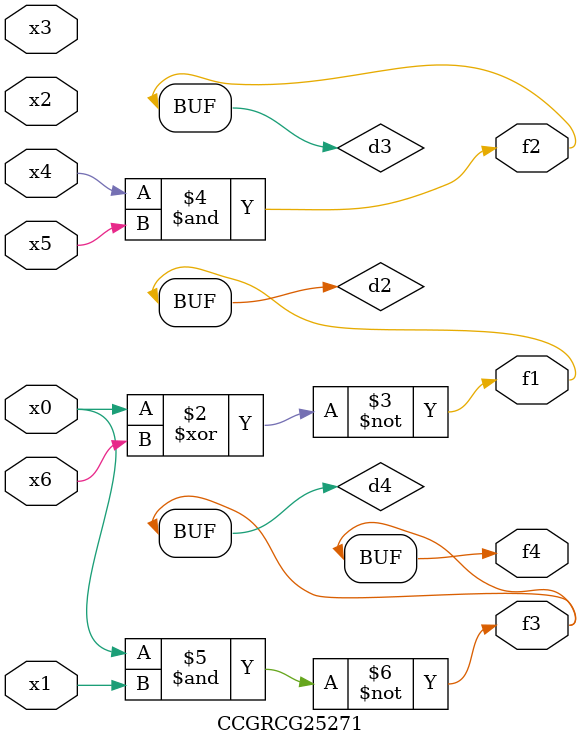
<source format=v>
module CCGRCG25271(
	input x0, x1, x2, x3, x4, x5, x6,
	output f1, f2, f3, f4
);

	wire d1, d2, d3, d4;

	nor (d1, x0);
	xnor (d2, x0, x6);
	and (d3, x4, x5);
	nand (d4, x0, x1);
	assign f1 = d2;
	assign f2 = d3;
	assign f3 = d4;
	assign f4 = d4;
endmodule

</source>
